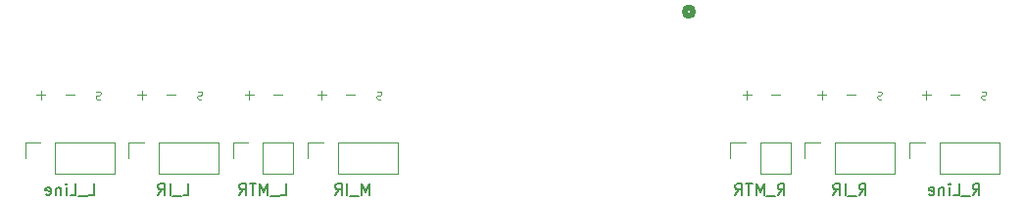
<source format=gbo>
G04 #@! TF.GenerationSoftware,KiCad,Pcbnew,8.0.3*
G04 #@! TF.CreationDate,2025-05-14T17:31:42-04:00*
G04 #@! TF.ProjectId,Sp-I,53702d49-2e6b-4696-9361-645f70636258,rev?*
G04 #@! TF.SameCoordinates,Original*
G04 #@! TF.FileFunction,Legend,Bot*
G04 #@! TF.FilePolarity,Positive*
%FSLAX46Y46*%
G04 Gerber Fmt 4.6, Leading zero omitted, Abs format (unit mm)*
G04 Created by KiCad (PCBNEW 8.0.3) date 2025-05-14 17:31:42*
%MOMM*%
%LPD*%
G01*
G04 APERTURE LIST*
G04 Aperture macros list*
%AMRoundRect*
0 Rectangle with rounded corners*
0 $1 Rounding radius*
0 $2 $3 $4 $5 $6 $7 $8 $9 X,Y pos of 4 corners*
0 Add a 4 corners polygon primitive as box body*
4,1,4,$2,$3,$4,$5,$6,$7,$8,$9,$2,$3,0*
0 Add four circle primitives for the rounded corners*
1,1,$1+$1,$2,$3*
1,1,$1+$1,$4,$5*
1,1,$1+$1,$6,$7*
1,1,$1+$1,$8,$9*
0 Add four rect primitives between the rounded corners*
20,1,$1+$1,$2,$3,$4,$5,0*
20,1,$1+$1,$4,$5,$6,$7,0*
20,1,$1+$1,$6,$7,$8,$9,0*
20,1,$1+$1,$8,$9,$2,$3,0*%
G04 Aperture macros list end*
%ADD10C,0.100000*%
%ADD11C,0.150000*%
%ADD12C,0.508000*%
%ADD13C,0.120000*%
%ADD14C,1.270000*%
%ADD15C,3.000000*%
%ADD16R,1.700000X1.700000*%
%ADD17O,1.700000X1.700000*%
%ADD18C,1.665000*%
%ADD19R,1.300000X1.300000*%
%ADD20C,1.300000*%
%ADD21RoundRect,0.102000X1.225000X-1.225000X1.225000X1.225000X-1.225000X1.225000X-1.225000X-1.225000X0*%
%ADD22C,2.654000*%
%ADD23O,1.500000X1.050000*%
%ADD24R,1.500000X1.050000*%
%ADD25C,1.600200*%
%ADD26C,4.000000*%
%ADD27R,3.800000X3.800000*%
G04 APERTURE END LIST*
D10*
X170696115Y-135241466D02*
X169934211Y-135241466D01*
X168196115Y-135241466D02*
X167434211Y-135241466D01*
X167815163Y-135622419D02*
X167815163Y-134860514D01*
X174696115Y-135241466D02*
X173934211Y-135241466D01*
X174315163Y-135622419D02*
X174315163Y-134860514D01*
X179493734Y-135574800D02*
X179398496Y-135622419D01*
X179398496Y-135622419D02*
X179208020Y-135622419D01*
X179208020Y-135622419D02*
X179112782Y-135574800D01*
X179112782Y-135574800D02*
X179065163Y-135479561D01*
X179065163Y-135479561D02*
X179065163Y-135431942D01*
X179065163Y-135431942D02*
X179112782Y-135336704D01*
X179112782Y-135336704D02*
X179208020Y-135289085D01*
X179208020Y-135289085D02*
X179350877Y-135289085D01*
X179350877Y-135289085D02*
X179446115Y-135241466D01*
X179446115Y-135241466D02*
X179493734Y-135146228D01*
X179493734Y-135146228D02*
X179493734Y-135098609D01*
X179493734Y-135098609D02*
X179446115Y-135003371D01*
X179446115Y-135003371D02*
X179350877Y-134955752D01*
X179350877Y-134955752D02*
X179208020Y-134955752D01*
X179208020Y-134955752D02*
X179112782Y-135003371D01*
X177196115Y-135241466D02*
X176434211Y-135241466D01*
X186196115Y-135241466D02*
X185434211Y-135241466D01*
X188493734Y-135574800D02*
X188398496Y-135622419D01*
X188398496Y-135622419D02*
X188208020Y-135622419D01*
X188208020Y-135622419D02*
X188112782Y-135574800D01*
X188112782Y-135574800D02*
X188065163Y-135479561D01*
X188065163Y-135479561D02*
X188065163Y-135431942D01*
X188065163Y-135431942D02*
X188112782Y-135336704D01*
X188112782Y-135336704D02*
X188208020Y-135289085D01*
X188208020Y-135289085D02*
X188350877Y-135289085D01*
X188350877Y-135289085D02*
X188446115Y-135241466D01*
X188446115Y-135241466D02*
X188493734Y-135146228D01*
X188493734Y-135146228D02*
X188493734Y-135098609D01*
X188493734Y-135098609D02*
X188446115Y-135003371D01*
X188446115Y-135003371D02*
X188350877Y-134955752D01*
X188350877Y-134955752D02*
X188208020Y-134955752D01*
X188208020Y-134955752D02*
X188112782Y-135003371D01*
X183696115Y-135241466D02*
X182934211Y-135241466D01*
X183315163Y-135622419D02*
X183315163Y-134860514D01*
X136243734Y-135574800D02*
X136148496Y-135622419D01*
X136148496Y-135622419D02*
X135958020Y-135622419D01*
X135958020Y-135622419D02*
X135862782Y-135574800D01*
X135862782Y-135574800D02*
X135815163Y-135479561D01*
X135815163Y-135479561D02*
X135815163Y-135431942D01*
X135815163Y-135431942D02*
X135862782Y-135336704D01*
X135862782Y-135336704D02*
X135958020Y-135289085D01*
X135958020Y-135289085D02*
X136100877Y-135289085D01*
X136100877Y-135289085D02*
X136196115Y-135241466D01*
X136196115Y-135241466D02*
X136243734Y-135146228D01*
X136243734Y-135146228D02*
X136243734Y-135098609D01*
X136243734Y-135098609D02*
X136196115Y-135003371D01*
X136196115Y-135003371D02*
X136100877Y-134955752D01*
X136100877Y-134955752D02*
X135958020Y-134955752D01*
X135958020Y-134955752D02*
X135862782Y-135003371D01*
X133946115Y-135241466D02*
X133184211Y-135241466D01*
X131446115Y-135241466D02*
X130684211Y-135241466D01*
X131065163Y-135622419D02*
X131065163Y-134860514D01*
X127696115Y-135241466D02*
X126934211Y-135241466D01*
X125196115Y-135241466D02*
X124434211Y-135241466D01*
X124815163Y-135622419D02*
X124815163Y-134860514D01*
X120743734Y-135574800D02*
X120648496Y-135622419D01*
X120648496Y-135622419D02*
X120458020Y-135622419D01*
X120458020Y-135622419D02*
X120362782Y-135574800D01*
X120362782Y-135574800D02*
X120315163Y-135479561D01*
X120315163Y-135479561D02*
X120315163Y-135431942D01*
X120315163Y-135431942D02*
X120362782Y-135336704D01*
X120362782Y-135336704D02*
X120458020Y-135289085D01*
X120458020Y-135289085D02*
X120600877Y-135289085D01*
X120600877Y-135289085D02*
X120696115Y-135241466D01*
X120696115Y-135241466D02*
X120743734Y-135146228D01*
X120743734Y-135146228D02*
X120743734Y-135098609D01*
X120743734Y-135098609D02*
X120696115Y-135003371D01*
X120696115Y-135003371D02*
X120600877Y-134955752D01*
X120600877Y-134955752D02*
X120458020Y-134955752D01*
X120458020Y-134955752D02*
X120362782Y-135003371D01*
X118446115Y-135241466D02*
X117684211Y-135241466D01*
X115946115Y-135241466D02*
X115184211Y-135241466D01*
X115565163Y-135622419D02*
X115565163Y-134860514D01*
X111993734Y-135574800D02*
X111898496Y-135622419D01*
X111898496Y-135622419D02*
X111708020Y-135622419D01*
X111708020Y-135622419D02*
X111612782Y-135574800D01*
X111612782Y-135574800D02*
X111565163Y-135479561D01*
X111565163Y-135479561D02*
X111565163Y-135431942D01*
X111565163Y-135431942D02*
X111612782Y-135336704D01*
X111612782Y-135336704D02*
X111708020Y-135289085D01*
X111708020Y-135289085D02*
X111850877Y-135289085D01*
X111850877Y-135289085D02*
X111946115Y-135241466D01*
X111946115Y-135241466D02*
X111993734Y-135146228D01*
X111993734Y-135146228D02*
X111993734Y-135098609D01*
X111993734Y-135098609D02*
X111946115Y-135003371D01*
X111946115Y-135003371D02*
X111850877Y-134955752D01*
X111850877Y-134955752D02*
X111708020Y-134955752D01*
X111708020Y-134955752D02*
X111612782Y-135003371D01*
X109696115Y-135241466D02*
X108934211Y-135241466D01*
X107196115Y-135241466D02*
X106434211Y-135241466D01*
X106815163Y-135622419D02*
X106815163Y-134860514D01*
D11*
X135202380Y-143954819D02*
X135202380Y-142954819D01*
X135202380Y-142954819D02*
X134869047Y-143669104D01*
X134869047Y-143669104D02*
X134535714Y-142954819D01*
X134535714Y-142954819D02*
X134535714Y-143954819D01*
X134297619Y-144050057D02*
X133535714Y-144050057D01*
X133297618Y-143954819D02*
X133297618Y-142954819D01*
X132250000Y-143954819D02*
X132583333Y-143478628D01*
X132821428Y-143954819D02*
X132821428Y-142954819D01*
X132821428Y-142954819D02*
X132440476Y-142954819D01*
X132440476Y-142954819D02*
X132345238Y-143002438D01*
X132345238Y-143002438D02*
X132297619Y-143050057D01*
X132297619Y-143050057D02*
X132250000Y-143145295D01*
X132250000Y-143145295D02*
X132250000Y-143288152D01*
X132250000Y-143288152D02*
X132297619Y-143383390D01*
X132297619Y-143383390D02*
X132345238Y-143431009D01*
X132345238Y-143431009D02*
X132440476Y-143478628D01*
X132440476Y-143478628D02*
X132821428Y-143478628D01*
X127523809Y-143954819D02*
X127999999Y-143954819D01*
X127999999Y-143954819D02*
X127999999Y-142954819D01*
X127428571Y-144050057D02*
X126666666Y-144050057D01*
X126428570Y-143954819D02*
X126428570Y-142954819D01*
X126428570Y-142954819D02*
X126095237Y-143669104D01*
X126095237Y-143669104D02*
X125761904Y-142954819D01*
X125761904Y-142954819D02*
X125761904Y-143954819D01*
X125428570Y-142954819D02*
X124857142Y-142954819D01*
X125142856Y-143954819D02*
X125142856Y-142954819D01*
X123952380Y-143954819D02*
X124285713Y-143478628D01*
X124523808Y-143954819D02*
X124523808Y-142954819D01*
X124523808Y-142954819D02*
X124142856Y-142954819D01*
X124142856Y-142954819D02*
X124047618Y-143002438D01*
X124047618Y-143002438D02*
X123999999Y-143050057D01*
X123999999Y-143050057D02*
X123952380Y-143145295D01*
X123952380Y-143145295D02*
X123952380Y-143288152D01*
X123952380Y-143288152D02*
X123999999Y-143383390D01*
X123999999Y-143383390D02*
X124047618Y-143431009D01*
X124047618Y-143431009D02*
X124142856Y-143478628D01*
X124142856Y-143478628D02*
X124523808Y-143478628D01*
X170483809Y-143954819D02*
X170817142Y-143478628D01*
X171055237Y-143954819D02*
X171055237Y-142954819D01*
X171055237Y-142954819D02*
X170674285Y-142954819D01*
X170674285Y-142954819D02*
X170579047Y-143002438D01*
X170579047Y-143002438D02*
X170531428Y-143050057D01*
X170531428Y-143050057D02*
X170483809Y-143145295D01*
X170483809Y-143145295D02*
X170483809Y-143288152D01*
X170483809Y-143288152D02*
X170531428Y-143383390D01*
X170531428Y-143383390D02*
X170579047Y-143431009D01*
X170579047Y-143431009D02*
X170674285Y-143478628D01*
X170674285Y-143478628D02*
X171055237Y-143478628D01*
X170293333Y-144050057D02*
X169531428Y-144050057D01*
X169293332Y-143954819D02*
X169293332Y-142954819D01*
X169293332Y-142954819D02*
X168959999Y-143669104D01*
X168959999Y-143669104D02*
X168626666Y-142954819D01*
X168626666Y-142954819D02*
X168626666Y-143954819D01*
X168293332Y-142954819D02*
X167721904Y-142954819D01*
X168007618Y-143954819D02*
X168007618Y-142954819D01*
X166817142Y-143954819D02*
X167150475Y-143478628D01*
X167388570Y-143954819D02*
X167388570Y-142954819D01*
X167388570Y-142954819D02*
X167007618Y-142954819D01*
X167007618Y-142954819D02*
X166912380Y-143002438D01*
X166912380Y-143002438D02*
X166864761Y-143050057D01*
X166864761Y-143050057D02*
X166817142Y-143145295D01*
X166817142Y-143145295D02*
X166817142Y-143288152D01*
X166817142Y-143288152D02*
X166864761Y-143383390D01*
X166864761Y-143383390D02*
X166912380Y-143431009D01*
X166912380Y-143431009D02*
X167007618Y-143478628D01*
X167007618Y-143478628D02*
X167388570Y-143478628D01*
X187330238Y-143954819D02*
X187663571Y-143478628D01*
X187901666Y-143954819D02*
X187901666Y-142954819D01*
X187901666Y-142954819D02*
X187520714Y-142954819D01*
X187520714Y-142954819D02*
X187425476Y-143002438D01*
X187425476Y-143002438D02*
X187377857Y-143050057D01*
X187377857Y-143050057D02*
X187330238Y-143145295D01*
X187330238Y-143145295D02*
X187330238Y-143288152D01*
X187330238Y-143288152D02*
X187377857Y-143383390D01*
X187377857Y-143383390D02*
X187425476Y-143431009D01*
X187425476Y-143431009D02*
X187520714Y-143478628D01*
X187520714Y-143478628D02*
X187901666Y-143478628D01*
X187139762Y-144050057D02*
X186377857Y-144050057D01*
X185663571Y-143954819D02*
X186139761Y-143954819D01*
X186139761Y-143954819D02*
X186139761Y-142954819D01*
X185330237Y-143954819D02*
X185330237Y-143288152D01*
X185330237Y-142954819D02*
X185377856Y-143002438D01*
X185377856Y-143002438D02*
X185330237Y-143050057D01*
X185330237Y-143050057D02*
X185282618Y-143002438D01*
X185282618Y-143002438D02*
X185330237Y-142954819D01*
X185330237Y-142954819D02*
X185330237Y-143050057D01*
X184854047Y-143288152D02*
X184854047Y-143954819D01*
X184854047Y-143383390D02*
X184806428Y-143335771D01*
X184806428Y-143335771D02*
X184711190Y-143288152D01*
X184711190Y-143288152D02*
X184568333Y-143288152D01*
X184568333Y-143288152D02*
X184473095Y-143335771D01*
X184473095Y-143335771D02*
X184425476Y-143431009D01*
X184425476Y-143431009D02*
X184425476Y-143954819D01*
X183568333Y-143907200D02*
X183663571Y-143954819D01*
X183663571Y-143954819D02*
X183854047Y-143954819D01*
X183854047Y-143954819D02*
X183949285Y-143907200D01*
X183949285Y-143907200D02*
X183996904Y-143811961D01*
X183996904Y-143811961D02*
X183996904Y-143431009D01*
X183996904Y-143431009D02*
X183949285Y-143335771D01*
X183949285Y-143335771D02*
X183854047Y-143288152D01*
X183854047Y-143288152D02*
X183663571Y-143288152D01*
X183663571Y-143288152D02*
X183568333Y-143335771D01*
X183568333Y-143335771D02*
X183520714Y-143431009D01*
X183520714Y-143431009D02*
X183520714Y-143526247D01*
X183520714Y-143526247D02*
X183996904Y-143621485D01*
X177519523Y-143954819D02*
X177852856Y-143478628D01*
X178090951Y-143954819D02*
X178090951Y-142954819D01*
X178090951Y-142954819D02*
X177709999Y-142954819D01*
X177709999Y-142954819D02*
X177614761Y-143002438D01*
X177614761Y-143002438D02*
X177567142Y-143050057D01*
X177567142Y-143050057D02*
X177519523Y-143145295D01*
X177519523Y-143145295D02*
X177519523Y-143288152D01*
X177519523Y-143288152D02*
X177567142Y-143383390D01*
X177567142Y-143383390D02*
X177614761Y-143431009D01*
X177614761Y-143431009D02*
X177709999Y-143478628D01*
X177709999Y-143478628D02*
X178090951Y-143478628D01*
X177329047Y-144050057D02*
X176567142Y-144050057D01*
X176329046Y-143954819D02*
X176329046Y-142954819D01*
X175281428Y-143954819D02*
X175614761Y-143478628D01*
X175852856Y-143954819D02*
X175852856Y-142954819D01*
X175852856Y-142954819D02*
X175471904Y-142954819D01*
X175471904Y-142954819D02*
X175376666Y-143002438D01*
X175376666Y-143002438D02*
X175329047Y-143050057D01*
X175329047Y-143050057D02*
X175281428Y-143145295D01*
X175281428Y-143145295D02*
X175281428Y-143288152D01*
X175281428Y-143288152D02*
X175329047Y-143383390D01*
X175329047Y-143383390D02*
X175376666Y-143431009D01*
X175376666Y-143431009D02*
X175471904Y-143478628D01*
X175471904Y-143478628D02*
X175852856Y-143478628D01*
X119084523Y-143954819D02*
X119560713Y-143954819D01*
X119560713Y-143954819D02*
X119560713Y-142954819D01*
X118989285Y-144050057D02*
X118227380Y-144050057D01*
X117989284Y-143954819D02*
X117989284Y-142954819D01*
X116941666Y-143954819D02*
X117274999Y-143478628D01*
X117513094Y-143954819D02*
X117513094Y-142954819D01*
X117513094Y-142954819D02*
X117132142Y-142954819D01*
X117132142Y-142954819D02*
X117036904Y-143002438D01*
X117036904Y-143002438D02*
X116989285Y-143050057D01*
X116989285Y-143050057D02*
X116941666Y-143145295D01*
X116941666Y-143145295D02*
X116941666Y-143288152D01*
X116941666Y-143288152D02*
X116989285Y-143383390D01*
X116989285Y-143383390D02*
X117036904Y-143431009D01*
X117036904Y-143431009D02*
X117132142Y-143478628D01*
X117132142Y-143478628D02*
X117513094Y-143478628D01*
X110925238Y-143954819D02*
X111401428Y-143954819D01*
X111401428Y-143954819D02*
X111401428Y-142954819D01*
X110830000Y-144050057D02*
X110068095Y-144050057D01*
X109353809Y-143954819D02*
X109829999Y-143954819D01*
X109829999Y-143954819D02*
X109829999Y-142954819D01*
X109020475Y-143954819D02*
X109020475Y-143288152D01*
X109020475Y-142954819D02*
X109068094Y-143002438D01*
X109068094Y-143002438D02*
X109020475Y-143050057D01*
X109020475Y-143050057D02*
X108972856Y-143002438D01*
X108972856Y-143002438D02*
X109020475Y-142954819D01*
X109020475Y-142954819D02*
X109020475Y-143050057D01*
X108544285Y-143288152D02*
X108544285Y-143954819D01*
X108544285Y-143383390D02*
X108496666Y-143335771D01*
X108496666Y-143335771D02*
X108401428Y-143288152D01*
X108401428Y-143288152D02*
X108258571Y-143288152D01*
X108258571Y-143288152D02*
X108163333Y-143335771D01*
X108163333Y-143335771D02*
X108115714Y-143431009D01*
X108115714Y-143431009D02*
X108115714Y-143954819D01*
X107258571Y-143907200D02*
X107353809Y-143954819D01*
X107353809Y-143954819D02*
X107544285Y-143954819D01*
X107544285Y-143954819D02*
X107639523Y-143907200D01*
X107639523Y-143907200D02*
X107687142Y-143811961D01*
X107687142Y-143811961D02*
X107687142Y-143431009D01*
X107687142Y-143431009D02*
X107639523Y-143335771D01*
X107639523Y-143335771D02*
X107544285Y-143288152D01*
X107544285Y-143288152D02*
X107353809Y-143288152D01*
X107353809Y-143288152D02*
X107258571Y-143335771D01*
X107258571Y-143335771D02*
X107210952Y-143431009D01*
X107210952Y-143431009D02*
X107210952Y-143526247D01*
X107210952Y-143526247D02*
X107687142Y-143621485D01*
D12*
X163195900Y-128028000D02*
G75*
G02*
X162433900Y-128028000I-381000J0D01*
G01*
X162433900Y-128028000D02*
G75*
G02*
X163195900Y-128028000I381000J0D01*
G01*
D13*
X132520000Y-142080000D02*
X137660000Y-142080000D01*
X132520000Y-142080000D02*
X132520000Y-139420000D01*
X137660000Y-142080000D02*
X137660000Y-139420000D01*
X129920000Y-140750000D02*
X129920000Y-139420000D01*
X129920000Y-139420000D02*
X131250000Y-139420000D01*
X132520000Y-139420000D02*
X137660000Y-139420000D01*
X126020000Y-142055000D02*
X128620000Y-142055000D01*
X126020000Y-142055000D02*
X126020000Y-139395000D01*
X128620000Y-142055000D02*
X128620000Y-139395000D01*
X123420000Y-140725000D02*
X123420000Y-139395000D01*
X123420000Y-139395000D02*
X124750000Y-139395000D01*
X126020000Y-139395000D02*
X128620000Y-139395000D01*
X168980000Y-142055000D02*
X171580000Y-142055000D01*
X168980000Y-142055000D02*
X168980000Y-139395000D01*
X171580000Y-142055000D02*
X171580000Y-139395000D01*
X166380000Y-140725000D02*
X166380000Y-139395000D01*
X166380000Y-139395000D02*
X167710000Y-139395000D01*
X168980000Y-139395000D02*
X171580000Y-139395000D01*
X184480000Y-139420000D02*
X189620000Y-139420000D01*
X181880000Y-139420000D02*
X183210000Y-139420000D01*
X181880000Y-140750000D02*
X181880000Y-139420000D01*
X189620000Y-142080000D02*
X189620000Y-139420000D01*
X184480000Y-142080000D02*
X184480000Y-139420000D01*
X184480000Y-142080000D02*
X189620000Y-142080000D01*
X175440000Y-139420000D02*
X180580000Y-139420000D01*
X172840000Y-139420000D02*
X174170000Y-139420000D01*
X172840000Y-140750000D02*
X172840000Y-139420000D01*
X180580000Y-142080000D02*
X180580000Y-139420000D01*
X175440000Y-142080000D02*
X175440000Y-139420000D01*
X175440000Y-142080000D02*
X180580000Y-142080000D01*
X117020000Y-142080000D02*
X122160000Y-142080000D01*
X117020000Y-142080000D02*
X117020000Y-139420000D01*
X122160000Y-142080000D02*
X122160000Y-139420000D01*
X114420000Y-140750000D02*
X114420000Y-139420000D01*
X114420000Y-139420000D02*
X115750000Y-139420000D01*
X117020000Y-139420000D02*
X122160000Y-139420000D01*
X108060000Y-139420000D02*
X113200000Y-139420000D01*
X105460000Y-139420000D02*
X106790000Y-139420000D01*
X105460000Y-140750000D02*
X105460000Y-139420000D01*
X113200000Y-142080000D02*
X113200000Y-139420000D01*
X108060000Y-142080000D02*
X108060000Y-139420000D01*
X108060000Y-142080000D02*
X113200000Y-142080000D01*
%LPC*%
D14*
X170394900Y-127028000D03*
X167854900Y-127028000D03*
X165314900Y-127028000D03*
D15*
X189750000Y-125250000D03*
X105250000Y-125250000D03*
D16*
X131250000Y-140750000D03*
D17*
X133790000Y-140750000D03*
X136330000Y-140750000D03*
D16*
X124750000Y-140725000D03*
D17*
X127290000Y-140725000D03*
D16*
X167710000Y-140725000D03*
D17*
X170250000Y-140725000D03*
X188290000Y-140750000D03*
X185750000Y-140750000D03*
D16*
X183210000Y-140750000D03*
D17*
X179250000Y-140750000D03*
X176710000Y-140750000D03*
D16*
X174170000Y-140750000D03*
X115750000Y-140750000D03*
D17*
X118290000Y-140750000D03*
X120830000Y-140750000D03*
D18*
X192040000Y-131800000D03*
X189500000Y-147040000D03*
X189500000Y-131800000D03*
X192040000Y-147040000D03*
X186960000Y-147040000D03*
X184420000Y-147040000D03*
X181880000Y-147040000D03*
X179340000Y-147040000D03*
X176800000Y-147040000D03*
X174260000Y-147040000D03*
X171720000Y-147040000D03*
X169180000Y-147040000D03*
X169180000Y-131800000D03*
X171720000Y-131800000D03*
X174260000Y-131800000D03*
X176800000Y-131800000D03*
X179340000Y-131800000D03*
X181880000Y-131800000D03*
X184420000Y-131800000D03*
X186960000Y-131800000D03*
D19*
X127560000Y-133520000D03*
D20*
X127560000Y-130980000D03*
X119940000Y-130980000D03*
X119940000Y-133520000D03*
D21*
X119750000Y-124250000D03*
D22*
X124450000Y-124250000D03*
X129150000Y-124250000D03*
D23*
X138500000Y-125250000D03*
X138500000Y-126520000D03*
D24*
X138500000Y-127790000D03*
D25*
X142510000Y-127744999D03*
X150130000Y-127744999D03*
X157750000Y-127744999D03*
X160290000Y-127744999D03*
D26*
X177250000Y-124500000D03*
D27*
X182250000Y-124500000D03*
D17*
X112000000Y-131500000D03*
X109460000Y-131500000D03*
X106920000Y-131500000D03*
D16*
X104380000Y-131500000D03*
D17*
X111870000Y-140750000D03*
X109330000Y-140750000D03*
D16*
X106790000Y-140750000D03*
%LPD*%
M02*

</source>
